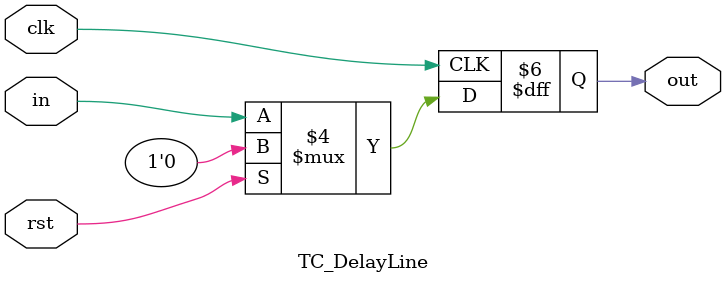
<source format=v>
module TC_DelayLine (clk, rst, in, out);
    parameter UUID = 0;
    parameter NAME = "";
    parameter BIT_WIDTH = 1;
    input clk;
    input rst;
    input [BIT_WIDTH-1:0] in;
    output reg [BIT_WIDTH-1:0] out;
   
    initial begin
        out = {BIT_WIDTH{1'b0}};
    end
    
    always @ (posedge clk) begin
        if (rst)
            out <= 1'b0;
        else
            out <= in;
    end
endmodule

</source>
